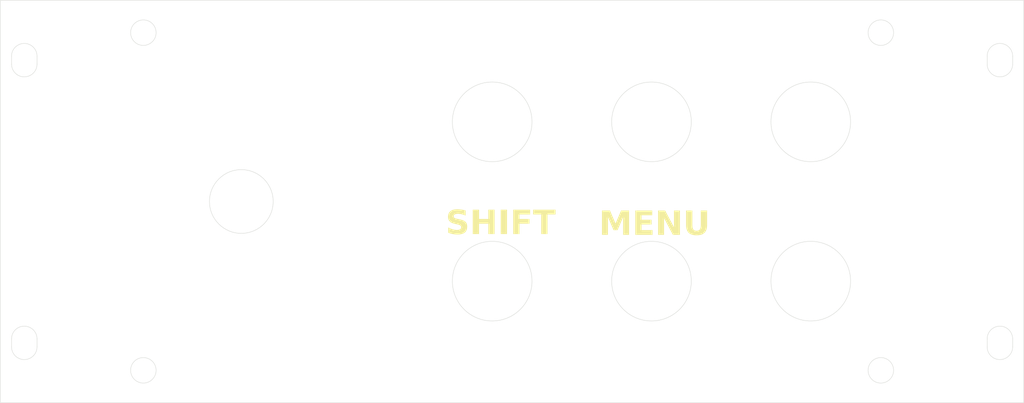
<source format=kicad_pcb>
(kicad_pcb
	(version 20240108)
	(generator "pcbnew")
	(generator_version "8.0")
	(general
		(thickness 1.6)
		(legacy_teardrops no)
	)
	(paper "A4")
	(layers
		(0 "F.Cu" signal)
		(31 "B.Cu" signal)
		(32 "B.Adhes" user "B.Adhesive")
		(33 "F.Adhes" user "F.Adhesive")
		(34 "B.Paste" user)
		(35 "F.Paste" user)
		(36 "B.SilkS" user "B.Silkscreen")
		(37 "F.SilkS" user "F.Silkscreen")
		(38 "B.Mask" user)
		(39 "F.Mask" user)
		(40 "Dwgs.User" user "User.Drawings")
		(41 "Cmts.User" user "User.Comments")
		(42 "Eco1.User" user "User.Eco1")
		(43 "Eco2.User" user "User.Eco2")
		(44 "Edge.Cuts" user)
		(45 "Margin" user)
		(46 "B.CrtYd" user "B.Courtyard")
		(47 "F.CrtYd" user "F.Courtyard")
		(48 "B.Fab" user)
		(49 "F.Fab" user)
		(50 "User.1" user)
		(51 "User.2" user)
		(52 "User.3" user)
		(53 "User.4" user)
		(54 "User.5" user)
		(55 "User.6" user)
		(56 "User.7" user)
		(57 "User.8" user)
		(58 "User.9" user)
	)
	(setup
		(pad_to_mask_clearance 0)
		(allow_soldermask_bridges_in_footprints no)
		(aux_axis_origin 100 100.5)
		(grid_origin 100 100.5)
		(pcbplotparams
			(layerselection 0x00010fc_ffffffff)
			(plot_on_all_layers_selection 0x0000000_00000000)
			(disableapertmacros no)
			(usegerberextensions no)
			(usegerberattributes yes)
			(usegerberadvancedattributes yes)
			(creategerberjobfile yes)
			(dashed_line_dash_ratio 12.000000)
			(dashed_line_gap_ratio 3.000000)
			(svgprecision 4)
			(plotframeref no)
			(viasonmask no)
			(mode 1)
			(useauxorigin no)
			(hpglpennumber 1)
			(hpglpenspeed 20)
			(hpglpendiameter 15.000000)
			(pdf_front_fp_property_popups yes)
			(pdf_back_fp_property_popups yes)
			(dxfpolygonmode yes)
			(dxfimperialunits yes)
			(dxfusepcbnewfont yes)
			(psnegative no)
			(psa4output no)
			(plotreference yes)
			(plotvalue yes)
			(plotfptext yes)
			(plotinvisibletext no)
			(sketchpadsonfab no)
			(subtractmaskfromsilk no)
			(outputformat 1)
			(mirror no)
			(drillshape 1)
			(scaleselection 1)
			(outputdirectory "")
		)
	)
	(net 0 "")
	(gr_arc
		(start 101.4 92.503222)
		(mid 103 90.903222)
		(end 104.6 92.503222)
		(stroke
			(width 0.05)
			(type default)
		)
		(layer "Edge.Cuts")
		(uuid "0fc0efe9-c99a-4246-9740-93b8f8e0762b")
	)
	(gr_circle
		(center 210.549219 96.45)
		(end 211.549219 97.7)
		(stroke
			(width 0.05)
			(type default)
		)
		(fill none)
		(layer "Edge.Cuts")
		(uuid "1250bc4e-a14e-43fd-b2f0-863cde685e3f")
	)
	(gr_arc
		(start 104.6 58)
		(mid 103 59.6)
		(end 101.4 58)
		(stroke
			(width 0.05)
			(type default)
		)
		(layer "Edge.Cuts")
		(uuid "2183b5ca-4457-432c-a4e3-008ff99f96d8")
	)
	(gr_arc
		(start 223.9 92.503222)
		(mid 225.5 90.903222)
		(end 227.1 92.503222)
		(stroke
			(width 0.05)
			(type default)
		)
		(layer "Edge.Cuts")
		(uuid "23875ec6-2334-4436-9c90-665113ca67eb")
	)
	(gr_line
		(start 101.4 93.5)
		(end 101.4 92.503222)
		(stroke
			(width 0.05)
			(type default)
		)
		(layer "Edge.Cuts")
		(uuid "3e74a046-5738-4280-9c16-81e92beb65f2")
	)
	(gr_circle
		(center 117.95 54.050781)
		(end 118.95 55.300781)
		(stroke
			(width 0.05)
			(type default)
		)
		(fill none)
		(layer "Edge.Cuts")
		(uuid "558a9333-747a-42ad-aed5-3574661e6392")
	)
	(gr_circle
		(center 201.75 65.25)
		(end 205.75 68.25)
		(stroke
			(width 0.05)
			(type default)
		)
		(fill none)
		(layer "Edge.Cuts")
		(uuid "58389917-88ed-40e4-9e93-665053445584")
	)
	(gr_arc
		(start 227.1 58)
		(mid 225.5 59.6)
		(end 223.9 58)
		(stroke
			(width 0.05)
			(type default)
		)
		(layer "Edge.Cuts")
		(uuid "69bfe074-62e5-4acf-bf82-57340315ffe4")
	)
	(gr_circle
		(center 117.95 96.449219)
		(end 118.95 97.699219)
		(stroke
			(width 0.05)
			(type default)
		)
		(fill none)
		(layer "Edge.Cuts")
		(uuid "6f4b44cd-7106-43d9-86bf-9bed7c7b583f")
	)
	(gr_circle
		(center 181.75 65.25)
		(end 185.75 68.25)
		(stroke
			(width 0.05)
			(type default)
		)
		(fill none)
		(layer "Edge.Cuts")
		(uuid "79269fd1-4547-4adf-8634-4f7c97e3d629")
	)
	(gr_circle
		(center 181.75 85.25)
		(end 185.75 88.25)
		(stroke
			(width 0.05)
			(type default)
		)
		(fill none)
		(layer "Edge.Cuts")
		(uuid "7dd1ac2c-e524-4aed-98c4-2df041fc724a")
	)
	(gr_circle
		(center 161.75 85.25)
		(end 165.75 88.25)
		(stroke
			(width 0.05)
			(type default)
		)
		(fill none)
		(layer "Edge.Cuts")
		(uuid "8c608b82-833d-4f75-b076-d233e39504b4")
	)
	(gr_line
		(start 223.9 93.5)
		(end 223.9 92.503222)
		(stroke
			(width 0.05)
			(type default)
		)
		(layer "Edge.Cuts")
		(uuid "9a6a36bf-58af-4bc9-9c7c-476b920ed5b5")
	)
	(gr_circle
		(center 161.75 65.25)
		(end 165.75 68.25)
		(stroke
			(width 0.05)
			(type default)
		)
		(fill none)
		(layer "Edge.Cuts")
		(uuid "9b24af5a-0510-408f-bdf9-b6be8b228eab")
	)
	(gr_circle
		(center 210.549219 54.050781)
		(end 211.549219 55.300781)
		(stroke
			(width 0.05)
			(type default)
		)
		(fill none)
		(layer "Edge.Cuts")
		(uuid "9d224991-7716-4f57-a82c-34322bd98f90")
	)
	(gr_arc
		(start 227.1 93.5)
		(mid 225.5 95.1)
		(end 223.9 93.5)
		(stroke
			(width 0.05)
			(type default)
		)
		(layer "Edge.Cuts")
		(uuid "b6473e39-fc09-44f0-b7a0-c12ddc5bd5cd")
	)
	(gr_circle
		(center 201.75 85.25)
		(end 205.75 88.25)
		(stroke
			(width 0.05)
			(type default)
		)
		(fill none)
		(layer "Edge.Cuts")
		(uuid "b7245383-44a2-4a39-9988-d7305b8edd2f")
	)
	(gr_arc
		(start 104.6 93.5)
		(mid 103 95.1)
		(end 101.4 93.5)
		(stroke
			(width 0.05)
			(type default)
		)
		(layer "Edge.Cuts")
		(uuid "c97459ea-a8c2-498f-9cc8-632a7ef0e6b3")
	)
	(gr_rect
		(start 100 50)
		(end 228.5 100.5)
		(stroke
			(width 0.05)
			(type default)
		)
		(fill none)
		(layer "Edge.Cuts")
		(uuid "ca3295f2-3ff9-43a8-a84b-644d061fe616")
	)
	(gr_line
		(start 104.6 92.503222)
		(end 104.6 93.5)
		(stroke
			(width 0.05)
			(type default)
		)
		(layer "Edge.Cuts")
		(uuid "cd6c735f-81c3-4664-9190-704f66616e23")
	)
	(gr_arc
		(start 223.9 57.003222)
		(mid 225.5 55.403222)
		(end 227.1 57.003222)
		(stroke
			(width 0.05)
			(type default)
		)
		(layer "Edge.Cuts")
		(uuid "ce6b6d6d-bb78-4c3e-be92-48712fa6df80")
	)
	(gr_arc
		(start 101.4 57.003222)
		(mid 103 55.403222)
		(end 104.6 57.003222)
		(stroke
			(width 0.05)
			(type default)
		)
		(layer "Edge.Cuts")
		(uuid "d53a4144-d92e-4eb8-ace2-d3dda58e5634")
	)
	(gr_line
		(start 227.1 57.003222)
		(end 227.1 58)
		(stroke
			(width 0.05)
			(type default)
		)
		(layer "Edge.Cuts")
		(uuid "ddd7829e-3595-49a9-85c1-8197e573bd51")
	)
	(gr_line
		(start 101.4 58)
		(end 101.4 57.003222)
		(stroke
			(width 0.05)
			(type default)
		)
		(layer "Edge.Cuts")
		(uuid "df70faa0-2e01-44fb-ba1d-7c380212e01e")
	)
	(gr_line
		(start 227.1 92.503222)
		(end 227.1 93.5)
		(stroke
			(width 0.05)
			(type default)
		)
		(layer "Edge.Cuts")
		(uuid "e08638c3-cfab-43aa-9343-4d709e420bf2")
	)
	(gr_line
		(start 223.9 58)
		(end 223.9 57.003222)
		(stroke
			(width 0.05)
			(type default)
		)
		(layer "Edge.Cuts")
		(uuid "eaee9f50-864f-4fdc-b506-8839eb4eac7a")
	)
	(gr_circle
		(center 130.25 75.25)
		(end 132.65 78.45)
		(stroke
			(width 0.05)
			(type default)
		)
		(fill none)
		(layer "Edge.Cuts")
		(uuid "f0eb8c4d-24b0-4d4b-8b0a-eca5e11f2330")
	)
	(gr_line
		(start 104.6 57.003222)
		(end 104.6 58)
		(stroke
			(width 0.05)
			(type default)
		)
		(layer "Edge.Cuts")
		(uuid "f9881089-4126-4b6a-bdae-a234e389472b")
	)
	(gr_circle
		(center 181.75 65.25)
		(end 186.75 65.25)
		(stroke
			(width 0.1)
			(type default)
		)
		(fill none)
		(layer "User.6")
		(uuid "01fcbb49-397b-4cc1-933d-c5afac5b70d4")
	)
	(gr_arc
		(start 223.9 57)
		(mid 225.5 55.4)
		(end 227.1 57)
		(stroke
			(width 0.1)
			(type default)
		)
		(layer "User.6")
		(uuid "044dc17c-45d5-4bbf-8e80-2daf69163227")
	)
	(gr_circle
		(center 117.95 96.45)
		(end 119.55 96.45)
		(stroke
			(width 0.1)
			(type default)
		)
		(fill none)
		(layer "User.6")
		(uuid "053f4b73-4d43-478d-befb-3f7f04e71494")
	)
	(gr_line
		(start 223.9 57)
		(end 223.9 58)
		(stroke
			(width 0.1)
			(type default)
		)
		(layer "User.6")
		(uuid "0a922947-f27e-4d03-88c9-bb4f8864c8f8")
	)
	(gr_line
		(start 223.9 57)
		(end 223.9 58)
		(stroke
			(width 0.1)
			(type default)
		)
		(layer "User.6")
		(uuid "0d63b90f-ce19-46df-9ef2-927a2f0b3808")
	)
	(gr_arc
		(start 223.9 92.5)
		(mid 225.5 90.9)
		(end 227.1 92.5)
		(stroke
			(width 0.1)
			(type default)
		)
		(layer "User.6")
		(uuid "0d730ae0-4ad2-4bbb-94e9-f42d364fa700")
	)
	(gr_arc
		(start 223.9 57)
		(mid 225.5 55.4)
		(end 227.1 57)
		(stroke
			(width 0.1)
			(type default)
		)
		(layer "User.6")
		(uuid "0d8897f1-149d-4318-82b7-8add950fcc16")
	)
	(gr_circle
		(center 130.25 75.25)
		(end 134.25 75.25)
		(stroke
			(width 0.1)
			(type default)
		)
		(fill none)
		(layer "User.6")
		(uuid "0f8aab09-74da-4de2-b32e-138de68b238a")
	)
	(gr_line
		(start 104.6 93.5)
		(end 104.6 92.5)
		(stroke
			(width 0.1)
			(type default)
		)
		(layer "User.6")
		(uuid "10fe3d74-fcdf-46ac-8ad8-33d02284856d")
	)
	(gr_circle
		(center 210.55 54.05)
		(end 212.15 54.05)
		(stroke
			(width 0.1)
			(type default)
		)
		(fill none)
		(layer "User.6")
		(uuid "11b9b5ec-8aef-420a-890e-38efe790805d")
	)
	(gr_arc
		(start 101.4 92.5)
		(mid 103 90.9)
		(end 104.6 92.5)
		(stroke
			(width 0.1)
			(type default)
		)
		(layer "User.6")
		(uuid "14f6d25a-95cb-44dd-916a-00af790c3101")
	)
	(gr_line
		(start 228.5 50)
		(end 100 50)
		(stroke
			(width 0.1)
			(type default)
		)
		(layer "User.6")
		(uuid "16220b84-7590-41d4-9b0c-f6c6404aa56b")
	)
	(gr_circle
		(center 181.75 65.25)
		(end 186.75 65.25)
		(stroke
			(width 0.1)
			(type default)
		)
		(fill none)
		(layer "User.6")
		(uuid "172143e7-91ed-4d8d-a4bc-403fec9b58db")
	)
	(gr_circle
		(center 161.75 85.25)
		(end 166.75 85.25)
		(stroke
			(width 0.1)
			(type default)
		)
		(fill none)
		(layer "User.6")
		(uuid "17536cda-6cde-480d-8211-60e269680d3b")
	)
	(gr_arc
		(start 104.6 58)
		(mid 103 59.6)
		(end 101.4 58)
		(stroke
			(width 0.1)
			(type default)
		)
		(layer "User.6")
		(uuid "191a8116-a171-40fd-95ed-b5c60b99cfe7")
	)
	(gr_circle
		(center 161.75 65.25)
		(end 166.75 65.25)
		(stroke
			(width 0.1)
			(type default)
		)
		(fill none)
		(layer "User.6")
		(uuid "1a1acdf0-56ee-43ad-8cfb-21b832ea771b")
	)
	(gr_arc
		(start 101.4 92.5)
		(mid 103 90.9)
		(end 104.6 92.5)
		(stroke
			(width 0.1)
			(type default)
		)
		(layer "User.6")
		(uuid "1b7a31c1-de2b-4456-8ea8-381a50e6fe9f")
	)
	(gr_line
		(start 223.9 92.5)
		(end 223.9 93.5)
		(stroke
			(width 0.1)
			(type default)
		)
		(layer "User.6")
		(uuid "1f2873b3-b8aa-4b52-a8b7-6666a14c4361")
	)
	(gr_arc
		(start 223.9 92.5)
		(mid 225.5 90.9)
		(end 227.1 92.5)
		(stroke
			(width 0.1)
			(type default)
		)
		(layer "User.6")
		(uuid "21a161b7-f681-4df2-93e8-d747f681d52f")
	)
	(gr_line
		(start 227.1 58)
		(end 227.1 57)
		(stroke
			(width 0.1)
			(type default)
		)
		(layer "User.6")
		(uuid "246aa7d6-1e12-491d-a707-ca5830431066")
	)
	(gr_circle
		(center 210.55 96.45)
		(end 212.15 96.45)
		(stroke
			(width 0.1)
			(type default)
		)
		(fill none)
		(layer "User.6")
		(uuid "272a3a42-31bb-4b56-8f18-da6ac221d89c")
	)
	(gr_arc
		(start 101.4 92.5)
		(mid 103 90.9)
		(end 104.6 92.5)
		(stroke
			(width 0.1)
			(type default)
		)
		(layer "User.6")
		(uuid "29360103-6caf-44fa-8cda-61ce68e1686c")
	)
	(gr_circle
		(center 201.75 85.25)
		(end 206.75 85.25)
		(stroke
			(width 0.1)
			(type default)
		)
		(fill none)
		(layer "User.6")
		(uuid "29e7f263-55f0-4bd2-9041-9773969b1ef0")
	)
	(gr_line
		(start 227.1 93.5)
		(end 227.1 92.5)
		(stroke
			(width 0.1)
			(type default)
		)
		(layer "User.6")
		(uuid "2afc9af6-fa31-4cc4-916c-43e51ab7f610")
	)
	(gr_arc
		(start 227.1 93.5)
		(mid 225.5 95.1)
		(end 223.9 93.5)
		(stroke
			(width 0.1)
			(type default)
		)
		(layer "User.6")
		(uuid "2b3b01a6-2163-4950-8aa0-d33036243198")
	)
	(gr_circle
		(center 161.75 65.25)
		(end 166.75 65.25)
		(stroke
			(width 0.1)
			(type default)
		)
		(fill none)
		(layer "User.6")
		(uuid "2b961d44-3446-4eb7-b9fa-0626ddf9b892")
	)
	(gr_arc
		(start 227.1 58)
		(mid 225.5 59.6)
		(end 223.9 58)
		(stroke
			(width 0.1)
			(type default)
		)
		(layer "User.6")
		(uuid "2c603d48-0aae-4737-a9d2-56cfb1a5a0da")
	)
	(gr_circle
		(center 117.95 96.45)
		(end 119.55 96.45)
		(stroke
			(width 0.1)
			(type default)
		)
		(fill none)
		(layer "User.6")
		(uuid "2ddec1a2-9e83-4f1d-a454-c99c672d8b77")
	)
	(gr_circle
		(center 201.75 85.25)
		(end 206.75 85.25)
		(stroke
			(width 0.1)
			(type default)
		)
		(fill none)
		(layer "User.6")
		(uuid "2f4f4471-94a4-4308-8c57-82e803b0f32f")
	)
	(gr_arc
		(start 227.1 93.5)
		(mid 225.5 95.1)
		(end 223.9 93.5)
		(stroke
			(width 0.1)
			(type default)
		)
		(layer "User.6")
		(uuid "3069d685-1b3e-4f53-9f88-4fcb06d79a93")
	)
	(gr_line
		(start 227.1 58)
		(end 227.1 57)
		(stroke
			(width 0.1)
			(type default)
		)
		(layer "User.6")
		(uuid "319493c9-0f92-41b3-b0b9-53482262efa6")
	)
	(gr_line
		(start 100 50)
		(end 100 100.5)
		(stroke
			(width 0.1)
			(type default)
		)
		(layer "User.6")
		(uuid "331e4a11-6c7e-402d-a472-a85d83deae15")
	)
	(gr_arc
		(start 101.4 92.5)
		(mid 103 90.9)
		(end 104.6 92.5)
		(stroke
			(width 0.1)
			(type default)
		)
		(layer "User.6")
		(uuid "3767ddf1-a91a-448a-b2a0-2fd0ee9d60a8")
	)
	(gr_circle
		(center 210.55 54.05)
		(end 212.15 54.05)
		(stroke
			(width 0.1)
			(type default)
		)
		(fill none)
		(layer "User.6")
		(uuid "3832ce30-eb5d-43c4-a990-e6c2627a542b")
	)
	(gr_circle
		(center 130.25 75.25)
		(end 134.25 75.25)
		(stroke
			(width 0.1)
			(type default)
		)
		(fill none)
		(layer "User.6")
		(uuid "384c31bb-7c6f-4270-99c4-a2c0001b65c3")
	)
	(gr_line
		(start 228.5 100.5)
		(end 228.5 50)
		(stroke
			(width 0.1)
			(type default)
		)
		(layer "User.6")
		(uuid "38eb6b3a-5b4f-48d5-9ff8-7a1c08457efe")
	)
	(gr_line
		(start 101.4 92.5)
		(end 101.4 93.5)
		(stroke
			(width 0.1)
			(type default)
		)
		(layer "User.6")
		(uuid "3b0fdb5f-0845-40f6-b29e-a166eece84bc")
	)
	(gr_line
		(start 228.5 50)
		(end 100 50)
		(stroke
			(width 0.1)
			(type default)
		)
		(layer "User.6")
		(uuid "42656441-8645-42b2-8ab4-13af0efdd2a3")
	)
	(gr_circle
		(center 161.75 65.25)
		(end 166.75 65.25)
		(stroke
			(width 0.1)
			(type default)
		)
		(fill none)
		(layer "User.6")
		(uuid "44e8e030-23ce-45d7-8bc3-450720b99ada")
	)
	(gr_line
		(start 223.9 57)
		(end 223.9 58)
		(stroke
			(width 0.1)
			(type default)
		)
		(layer "User.6")
		(uuid "45047387-d5f1-43f1-9311-aedd7ed3de42")
	)
	(gr_line
		(start 223.9 92.5)
		(end 223.9 93.5)
		(stroke
			(width 0.1)
			(type default)
		)
		(layer "User.6")
		(uuid "5045e7c4-40a4-4cc1-ba38-ce3b79d1fbab")
	)
	(gr_line
		(start 223.9 92.5)
		(end 223.9 93.5)
		(stroke
			(width 0.1)
			(type default)
		)
		(layer "User.6")
		(uuid "521be4b0-f5ba-4dec-9209-dd07153d9f0a")
	)
	(gr_line
		(start 227.1 58)
		(end 227.1 57)
		(stroke
			(width 0.1)
			(type default)
		)
		(layer "User.6")
		(uuid "543eea2c-2d98-42b5-b5aa-f411fa3d6537")
	)
	(gr_arc
		(start 227.1 93.5)
		(mid 225.5 95.1)
		(end 223.9 93.5)
		(stroke
			(width 0.1)
			(type default)
		)
		(layer "User.6")
		(uuid "553065c9-6b01-4d07-b9b9-4d98923a670b")
	)
	(gr_line
		(start 227.1 58)
		(end 227.1 57)
		(stroke
			(width 0.1)
			(type default)
		)
		(layer "User.6")
		(uuid "57a509df-d2f4-4304-889f-65ad0cb36081")
	)
	(gr_line
		(start 227.1 93.5)
		(end 227.1 92.5)
		(stroke
			(width 0.1)
			(type default)
		)
		(layer "User.6")
		(uuid "582d4a30-e1f0-461f-8733-28a11d7c9446")
	)
	(gr_line
		(start 100 50)
		(end 100 100.5)
		(stroke
			(width 0.1)
			(type default)
		)
		(layer "User.6")
		(uuid "588fd4fb-b578-4f0c-8c33-30a4aa9a88d7")
	)
	(gr_arc
		(start 104.6 93.5)
		(mid 103 95.1)
		(end 101.4 93.5)
		(stroke
			(width 0.1)
			(type default)
		)
		(layer "User.6")
		(uuid "59b51eab-82bc-4892-9431-d3df1f512015")
	)
	(gr_circle
		(center 181.75 85.25)
		(end 186.75 85.25)
		(stroke
			(width 0.1)
			(type default)
		)
		(fill none)
		(layer "User.6")
		(uuid "59d92928-b73f-4479-8fb7-4a8a3ad1f1a9")
	)
	(gr_arc
		(start 101.4 92.5)
		(mid 103 90.9)
		(end 104.6 92.5)
		(stroke
			(width 0.1)
			(type default)
		)
		(layer "User.6")
		(uuid "5eedc024-faa3-4c50-a64d-7219b7c89667")
	)
	(gr_circle
		(center 161.75 65.25)
		(end 166.75 65.25)
		(stroke
			(width 0.1)
			(type default)
		)
		(fill none)
		(layer "User.6")
		(uuid "5ff6ea44-de31-4d00-84c5-9f8a16dc27e6")
	)
	(gr_line
		(start 227.1 93.5)
		(end 227.1 92.5)
		(stroke
			(width 0.1)
			(type default)
		)
		(layer "User.6")
		(uuid "6271911c-c1c8-414c-8d4a-410e02769931")
	)
	(gr_circle
		(center 201.75 85.25)
		(end 206.75 85.25)
		(stroke
			(width 0.1)
			(type default)
		)
		(fill none)
		(layer "User.6")
		(uuid "633cbdd4-14dc-4b16-b636-ad3659fc7fbd")
	)
	(gr_circle
		(center 181.75 85.25)
		(end 186.75 85.25)
		(stroke
			(width 0.1)
			(type default)
		)
		(fill none)
		(layer "User.6")
		(uuid "6472f9c3-8a6d-49dd-84ad-2b1089ab80c2")
	)
	(gr_circle
		(center 201.75 65.25)
		(end 206.75 65.25)
		(stroke
			(width 0.1)
			(type default)
		)
		(fill none)
		(layer "User.6")
		(uuid "6667f8c6-eb6d-4695-b012-d5de4daab778")
	)
	(gr_circle
		(center 181.75 85.25)
		(end 186.75 85.25)
		(stroke
			(width 0.1)
			(type default)
		)
		(fill none)
		(layer "User.6")
		(uuid "6704581a-7d97-40c2-896e-0d57b18f34e6")
	)
	(gr_circle
		(center 161.75 85.25)
		(end 166.75 85.25)
		(stroke
			(width 0.1)
			(type default)
		)
		(fill none)
		(layer "User.6")
		(uuid "67c39530-c75f-489f-a080-debc118a1012")
	)
	(gr_line
		(start 227.1 58)
		(end 227.1 57)
		(stroke
			(width 0.1)
			(type default)
		)
		(layer "User.6")
		(uuid "68955449-08d9-43ca-ae15-46d39b178232")
	)
	(gr_circle
		(center 117.95 54.05)
		(end 119.55 54.05)
		(stroke
			(width 0.1)
			(type default)
		)
		(fill none)
		(layer "User.6")
		(uuid "6ddc3ead-ff50-4898-a9ae-6b96ef1a69ba")
	)
	(gr_line
		(start 104.6 93.5)
		(end 104.6 92.5)
		(stroke
			(width 0.1)
			(type default)
		)
		(layer "User.6")
		(uuid "7170b98e-b46b-41db-aecf-c5e1bca88a18")
	)
	(gr_line
		(start 101.4 92.5)
		(end 101.4 93.5)
		(stroke
			(width 0.1)
			(type default)
		)
		(layer "User.6")
		(uuid "74ee15ef-3199-49e7-9953-d2b288a488fd")
	)
	(gr_line
		(start 104.6 93.5)
		(end 104.6 92.5)
		(stroke
			(width 0.1)
			(type default)
		)
		(layer "User.6")
		(uuid "7511653b-e699-4f75-9bc5-490eb4dd9fc7")
	)
	(gr_arc
		(start 227.1 58)
		(mid 225.5 59.6)
		(end 223.9 58)
		(stroke
			(width 0.1)
			(type default)
		)
		(layer "User.6")
		(uuid "757a6dc9-e6ee-4619-8102-37e59039810c")
	)
	(gr_line
		(start 228.5 100.5)
		(end 228.5 50)
		(stroke
			(width 0.1)
			(type default)
		)
		(layer "User.6")
		(uuid "7665efe1-d9ca-4676-8a45-e1ae3b43f6d3")
	)
	(gr_line
		(start 228.5 100.5)
		(end 228.5 50)
		(stroke
			(width 0.1)
			(type default)
		)
		(layer "User.6")
		(uuid "76f1eb8a-9c9a-472a-b937-12f8adc12e81")
	)
	(gr_arc
		(start 104.6 93.5)
		(mid 103 95.1)
		(end 101.4 93.5)
		(stroke
			(width 0.1)
			(type default)
		)
		(layer "User.6")
		(uuid "770414a5-a6de-455a-9f2c-e2df1b999ff6")
	)
	(gr_line
		(start 104.6 58)
		(end 104.6 57)
		(stroke
			(width 0.1)
			(type default)
		)
		(layer "User.6")
		(uuid "779f3fbe-679d-418d-a59c-e72e7351beaf")
	)
	(gr_arc
		(start 223.9 57)
		(mid 225.5 55.4)
		(end 227.1 57)
		(stroke
			(width 0.1)
			(type default)
		)
		(layer "User.6")
		(uuid "788a0dbd-cb3a-4475-b0cb-e427732fa68d")
	)
	(gr_circle
		(center 117.95 96.45)
		(end 119.55 96.45)
		(stroke
			(width 0.1)
			(type default)
		)
		(fill none)
		(layer "User.6")
		(uuid "78ea9210-3633-4f0c-879f-6a619096bdee")
	)
	(gr_line
		(start 223.9 92.5)
		(end 223.9 93.5)
		(stroke
			(width 0.1)
			(type default)
		)
		(layer "User.6")
		(uuid "7ada4da5-e33a-4e48-89b3-30a67843f6c5")
	)
	(gr_line
		(start 101.4 92.5)
		(end 101.4 93.5)
		(stroke
			(width 0.1)
			(type default)
		)
		(layer "User.6")
		(uuid "7b7a963c-610e-4090-86ae-9dc3410754da")
	)
	(gr_circle
		(center 201.75 65.25)
		(end 206.75 65.25)
		(stroke
			(width 0.1)
			(type default)
		)
		(fill none)
		(layer "User.6")
		(uuid "7dcc4357-631a-452c-910b-790d272d8cbe")
	)
	(gr_line
		(start 227.1 93.5)
		(end 227.1 92.5)
		(stroke
			(width 0.1)
			(type default)
		)
		(layer "User.6")
		(uuid "7e3a6092-311d-418e-9261-a10a3249b406")
	)
	(gr_arc
		(start 223.9 57)
		(mid 225.5 55.4)
		(end 227.1 57)
		(stroke
			(width 0.1)
			(type default)
		)
		(layer "User.6")
		(uuid "7fbba5e4-6244-4e4e-934f-5ba7ed32b6d7")
	)
	(gr_circle
		(center 201.75 65.25)
		(end 206.75 65.25)
		(stroke
			(width 0.1)
			(type default)
		)
		(fill none)
		(layer "User.6")
		(uuid "804eb6a3-7d37-48d2-a425-13772ca5db08")
	)
	(gr_arc
		(start 101.4 57)
		(mid 103 55.4)
		(end 104.6 57)
		(stroke
			(width 0.1)
			(type default)
		)
		(layer "User.6")
		(uuid "80692be9-440c-4142-8e4a-64a0631d97de")
	)
	(gr_arc
		(start 227.1 58)
		(mid 225.5 59.6)
		(end 223.9 58)
		(stroke
			(width 0.1)
			(type default)
		)
		(layer "User.6")
		(uuid "80f1478b-9ea9-46f2-91ea-05e855c164d3")
	)
	(gr_circle
		(center 117.95 54.05)
		(end 119.55 54.05)
		(stroke
			(width 0.1)
			(type default)
		)
		(fill none)
		(layer "User.6")
		(uuid "8480396a-4705-4d63-b917-69e08343bab5")
	)
	(gr_line
		(start 104.6 93.5)
		(end 104.6 92.5)
		(stroke
			(width 0.1)
			(type default)
		)
		(layer "User.6")
		(uuid "84a789b6-3d6b-40bc-b7a6-2283d6288119")
	)
	(gr_line
		(start 223.9 57)
		(end 223.9 58)
		(stroke
			(width 0.1)
			(type default)
		)
		(layer "User.6")
		(uuid "85201829-edac-47bf-90c8-ed4c226f5325")
	)
	(gr_line
		(start 223.9 57)
		(end 223.9 58)
		(stroke
			(width 0.1)
			(type default)
		)
		(layer "User.6")
		(uuid "8610aff6-ae47-4193-b787-720bca49a5e2")
	)
	(gr_line
		(start 223.9 57)
		(end 223.9 58)
		(stroke
			(width 0.1)
			(type default)
		)
		(layer "User.6")
		(uuid "8869af33-5b4b-4d53-9960-2339587c8dc7")
	)
	(gr_arc
		(start 223.9 92.5)
		(mid 225.5 90.9)
		(end 227.1 92.5)
		(stroke
			(width 0.1)
			(type default)
		)
		(layer "User.6")
		(uuid "8af7fb30-8377-4379-96c0-a1f6ad7b2020")
	)
	(gr_arc
		(start 101.4 92.5)
		(mid 103 90.9)
		(end 104.6 92.5)
		(stroke
			(width 0.1)
			(type default)
		)
		(layer "User.6")
		(uuid "8f274e62-e4b9-4304-8779-c7edfff1799a")
	)
	(gr_arc
		(start 227.1 58)
		(mid 225.5 59.6)
		(end 223.9 58)
		(stroke
			(width 0.1)
			(type default)
		)
		(layer "User.6")
		(uuid "8f6b9a68-6054-462e-b52c-38cb9ed655e6")
	)
	(gr_line
		(start 223.9 57)
		(end 223.9 58)
		(stroke
			(width 0.1)
			(type default)
		)
		(layer "User.6")
		(uuid "90b48af3-fdb1-46be-bf75-444cab2e1dd7")
	)
	(gr_line
		(start 228.5 50)
		(end 100 50)
		(stroke
			(width 0.1)
			(type default)
		)
		(layer "User.6")
		(uuid "94142978-5a8e-4197-a7e0-0f31f239b733")
	)
	(gr_arc
		(start 227.1 93.5)
		(mid 225.5 95.1)
		(end 223.9 93.5)
		(stroke
			(width 0.1)
			(type default)
		)
		(layer "User.6")
		(uuid "96874756-c5b8-4836-a507-5dbb53ee4418")
	)
	(gr_line
		(start 101.4 92.5)
		(end 101.4 93.5)
		(stroke
			(width 0.1)
			(type default)
		)
		(layer "User.6")
		(uuid "97ab50f4-5cda-417e-86a3-8674d70f9c13")
	)
	(gr_circle
		(center 161.75 85.25)
		(end 166.75 85.25)
		(stroke
			(width 0.1)
			(type default)
		)
		(fill none)
		(layer "User.6")
		(uuid "99bf5787-5c55-4c99-8cbc-70d763f53f6d")
	)
	(gr_line
		(start 104.6 93.5)
		(end 104.6 92.5)
		(stroke
			(width 0.1)
			(type default)
		)
		(layer "User.6")
		(uuid "9b345d10-cee8-4537-b865-72d4537f48b2")
	)
	(gr_arc
		(start 227.1 58)
		(mid 225.5 59.6)
		(end 223.9 58)
		(stroke
			(width 0.1)
			(type default)
		)
		(layer "User.6")
		(uuid "a007021d-a4a6-4b7a-ab29-a91d4773d390")
	)
	(gr_line
		(start 100 100.5)
		(end 228.5 100.5)
		(stroke
			(width 0.1)
			(type default)
		)
		(layer "User.6")
		(uuid "a02f1cb4-5212-4fbe-962d-455fcf55ba3e")
	)
	(gr_circle
		(center 181.75 65.25)
		(end 186.75 65.25)
		(stroke
			(width 0.1)
			(type default)
		)
		(fill none)
		(layer "User.6")
		(uuid "a0348bd8-3e36-442d-b965-afac90ee9747")
	)
	(gr_arc
		(start 227.1 58)
		(mid 225.5 59.6)
		(end 223.9 58)
		(stroke
			(width 0.1)
			(type default)
		)
		(layer "User.6")
		(uuid "a550b1e8-f0f9-4bcb-8116-10215db35ba2")
	)
	(gr_line
		(start 227.1 93.5)
		(end 227.1 92.5)
		(stroke
			(width 0.1)
			(type default)
		)
		(layer "User.6")
		(uuid "a6ab616a-1f30-41d4-81a0-1607e75ccaba")
	)
	(gr_arc
		(start 101.4 57)
		(mid 103 55.4)
		(end 104.6 57)
		(stroke
			(width 0.1)
			(type default)
		)
		(layer "User.6")
		(uuid "a6dc8aed-3153-4d55-b77e-631edcfc5345")
	)
	(gr_line
		(start 227.1 58)
		(end 227.1 57)
		(stroke
			(width 0.1)
			(type default)
		)
		(layer "User.6")
		(uuid "a797caf9-fa29-497c-8581-9d77cff68f99")
	)
	(gr_arc
		(start 223.9 57)
		(mid 225.5 55.4)
		(end 227.1 57)
		(stroke
			(width 0.1)
			(type default)
		)
		(layer "User.6")
		(uuid "a83078e8-c697-4239-a7e3-ad18a130277c")
	)
	(gr_arc
		(start 101.4 57)
		(mid 103 55.4)
		(end 104.6 57)
		(stroke
			(width 0.1)
			(type default)
		)
		(layer "User.6")
		(uuid "a877448d-d037-42f7-9c74-4a7b8b5bfabc")
	)
	(gr_line
		(start 101.4 92.5)
		(end 101.4 93.5)
		(stroke
			(width 0.1)
			(type default)
		)
		(layer "User.6")
		(uuid "abcb9cc2-39f1-4089-9937-d6488e92b17d")
	)
	(gr_circle
		(center 117.95 96.45)
		(end 119.55 96.45)
		(stroke
			(width 0.1)
			(type default)
		)
		(fill none)
		(layer "User.6")
		(uuid "adf13c95-5f7f-4cd7-944c-3c849ceb8c95")
	)
	(gr_line
		(start 227.1 58)
		(end 227.1 57)
		(stroke
			(width 0.1)
			(type default)
		)
		(layer "User.6")
		(uuid "adf229a6-6632-4cce-9aa3-4115ed2ecedd")
	)
	(gr_arc
		(start 104.6 93.5)
		(mid 103 95.1)
		(end 101.4 93.5)
		(stroke
			(width 0.1)
			(type default)
		)
		(layer "User.6")
		(uuid "ae68dae3-77ae-4742-ada2-2b8714882ab1")
	)
	(gr_circle
		(center 181.75 85.25)
		(end 186.75 85.25)
		(stroke
			(width 0.1)
			(type default)
		)
		(fill none)
		(layer "User.6")
		(uuid "aecb251d-7a7a-4c47-9026-71662cc4c923")
	)
	(gr_arc
		(start 227.1 93.5)
		(mid 225.5 95.1)
		(end 223.9 93.5)
		(stroke
			(width 0.1)
			(type default)
		)
		(layer "User.6")
		(uuid "af3498ad-f15d-4ad9-93eb-4ffb61f80910")
	)
	(gr_circle
		(center 201.75 65.25)
		(end 206.75 65.25)
		(stroke
			(width 0.1)
			(type default)
		)
		(fill none)
		(layer "User.6")
		(uuid "af6caaef-c8e6-473b-bd7a-015caebe83a1")
	)
	(gr_line
		(start 228.5 100.5)
		(end 228.5 50)
		(stroke
			(width 0.1)
			(type default)
		)
		(layer "User.6")
		(uuid "b2136b05-1bc9-4f26-946d-f04e8b58ad2f")
	)
	(gr_arc
		(start 101.4 57)
		(mid 103 55.4)
		(end 104.6 57)
		(stroke
			(width 0.1)
			(type default)
		)
		(layer "User.6")
		(uuid "b2b60ac9-918c-4f23-a706-a9270ad997bb")
	)
	(gr_arc
		(start 223.9 92.5)
		(mid 225.5 90.9)
		(end 227.1 92.5)
		(stroke
			(width 0.1)
			(type default)
		)
		(layer "User.6")
		(uuid "b86c751e-e107-4218-b378-a8a9662b8f3a")
	)
	(gr_line
		(start 104.6 93.5)
		(end 104.6 92.5)
		(stroke
			(width 0.1)
			(type default)
		)
		(layer "User.6")
		(uuid "b9f7aed0-535b-4bbc-832e-5074d2d42c55")
	)
	(gr_circle
		(center 210.55 96.45)
		(end 212.15 96.45)
		(stroke
			(width 0.1)
			(type default)
		)
		(fill none)
		(layer "User.6")
		(uuid "bd42e32f-f3fe-42fb-98ba-3ebb03116195")
	)
	(gr_arc
		(start 223.9 57)
		(mid 225.5 55.4)
		(end 227.1 57)
		(stroke
			(width 0.1)
			(type default)
		)
		(layer "User.6")
		(uuid "bd817778-0d87-4b25-8c3c-bf1f5da3372e")
	)
	(gr_line
		(start 101.4 92.5)
		(end 101.4 93.5)
		(stroke
			(width 0.1)
			(type default)
		)
		(layer "User.6")
		(uuid "bdbed567-4b15-429c-b2d4-46d77378a4ea")
	)
	(gr_arc
		(start 223.9 92.5)
		(mid 225.5 90.9)
		(end 227.1 92.5)
		(stroke
			(width 0.1)
			(type default)
		)
		(layer "User.6")
		(uuid "be9f6852-c9c6-4f8f-85e4-51f0eea1ac8e")
	)
	(gr_arc
		(start 227.1 93.5)
		(mid 225.5 95.1)
		(end 223.9 93.5)
		(stroke
			(width 0.1)
			(type default)
		)
		(layer "User.6")
		(uuid "bf240e35-f6b6-4942-9d9a-d660c763f256")
	)
	(gr_line
		(start 227.1 93.5)
		(end 227.1 92.5)
		(stroke
			(width 0.1)
			(type default)
		)
		(layer "User.6")
		(uuid "bfece822-2161-4ff1-9070-37d64389f6d5")
	)
	(gr_arc
		(start 223.9 57)
		(mid 225.5 55.4)
		(end 227.1 57)
		(stroke
			(width 0.1)
			(type default)
		)
		(layer "User.6")
		(uuid "c0894db3-cacf-41e7-b91d-ece38896b6c1")
	)
	(gr_line
		(start 101.4 57)
		(end 101.4 58)
		(stroke
			(width 0.1)
			(type default)
		)
		(layer "User.6")
		(uuid "c0aaede6-2c38-4aa0-a4e8-0b9db002990b")
	)
	(gr_line
		(start 104.6 93.5)
		(end 104.6 92.5)
		(stroke
			(width 0.1)
			(type default)
		)
		(layer "User.6")
		(uuid "c10a1b69-9ebd-4d3d-8f3b-58401143559c")
	)
	(gr_arc
		(start 104.6 93.5)
		(mid 103 95.1)
		(end 101.4 93.5)
		(stroke
			(width 0.1)
			(type default)
		)
		(layer "User.6")
		(uuid "c13a43e4-5206-4733-9d3c-9ec8d4052879")
	)
	(gr_line
		(start 100 100.5)
		(end 228.5 100.5)
		(stroke
			(width 0.1)
			(type default)
		)
		(layer "User.6")
		(uuid "c1de0f35-0854-4fb3-ad70-12cf7a727081")
	)
	(gr_line
		(start 101.4 92.5)
		(end 101.4 93.5)
		(stroke
			(width 0.1)
			(type default)
		)
		(layer "User.6")
		(uuid "c1e21382-2a04-452f-939f-a189e049f1ac")
	)
	(gr_line
		(start 100 50)
		(end 100 100.5)
		(stroke
			(width 0.1)
			(type default)
		)
		(layer "User.6")
		(uuid "c1fd2670-bc69-4e8d-a3c2-53c9bd2c0644")
	)
	(gr_arc
		(start 223.9 57)
		(mid 225.5 55.4)
		(end 227.1 57)
		(stroke
			(width 0.1)
			(type default)
		)
		(layer "User.6")
		(uuid "c4bd8878-b3c3-4a1a-b8a7-8e1f5ea65dc7")
	)
	(gr_line
		(start 223.9 92.5)
		(end 223.9 93.5)
		(stroke
			(width 0.1)
			(type default)
		)
		(layer "User.6")
		(uuid "c5e74522-9d63-4a5e-b85c-dbc525c0e453")
	)
	(gr_arc
		(start 104.6 93.5)
		(mid 103 95.1)
		(end 101.4 93.5)
		(stroke
			(width 0.1)
			(type default)
		)
		(layer "User.6")
		(uuid "c6ad4f63-d67d-4147-b015-1eb75b607911")
	)
	(gr_line
		(start 101.4 57)
		(end 101.4 58)
		(stroke
			(width 0.1)
			(type default)
		)
		(layer "User.6")
		(uuid "c70f98b0-ced9-462c-a2ad-edc9614f42a3")
	)
	(gr_arc
		(start 227.1 58)
		(mid 225.5 59.6)
		(end 223.9 58)
		(stroke
			(width 0.1)
			(type default)
		)
		(layer "User.6")
		(uuid "c77b964b-47bc-42d7-96ed-532981a58a16")
	)
	(gr_arc
		(start 104.6 58)
		(mid 103 59.6)
		(end 101.4 58)
		(stroke
			(width 0.1)
			(type default)
		)
		(layer "User.6")
		(uuid "c7d4961c-ae3d-4cf8-a3d2-a6e005da3a32")
	)
	(gr_line
		(start 223.9 92.5)
		(end 223.9 93.5)
		(stroke
			(width 0.1)
			(type default)
		)
		(layer "User.6")
		(uuid "c8631eae-68c0-43c2-97d2-bf7937c728ad")
	)
	(gr_circle
		(center 210.55 96.45)
		(end 212.15 96.45)
		(stroke
			(width 0.1)
			(type default)
		)
		(fill none)
		(layer "User.6")
		(uuid "c9ee15d1-b667-4df4-97d5-0896c7c7a51d")
	)
	(gr_circle
		(center 210.55 96.45)
		(end 212.15 96.45)
		(stroke
			(width 0.1)
			(type default)
		)
		(fill none)
		(layer "User.6")
		(uuid "cbf46600-1230-4f60-9e75-fb8f79a0affa")
	)
	(gr_line
		(start 100 100.5)
		(end 228.5 100.5)
		(stroke
			(width 0.1)
			(type default)
		)
		(layer "User.6")
		(uuid "cc4a2b22-f538-4ba4-87db-5d00b7e57f1d")
	)
	(gr_line
		(start 104.6 93.5)
		(end 104.6 92.5)
		(stroke
			(width 0.1)
			(type default)
		)
		(layer "User.6")
		(uuid "cd243bcd-cffe-4d5e-813b-833c169b75f9")
	)
	(gr_arc
		(start 104.6 93.5)
		(mid 103 95.1)
		(end 101.4 93.5)
		(stroke
			(width 0.1)
			(type default)
		)
		(layer "User.6")
		(uuid "d2074b7f-e571-4d84-9f1b-640bc1511d04")
	)
	(gr_circle
		(center 130.25 75.25)
		(end 134.25 75.25)
		(stroke
			(width 0.1)
			(type default)
		)
		(fill none)
		(layer "User.6")
		(uuid "d275bd17-7168-45a5-b544-f168e7e85b9b")
	)
	(gr_arc
		(start 227.1 58)
		(mid 225.5 59.6)
		(end 223.9 58)
		(stroke
			(width 0.1)
			(type default)
		)
		(layer "User.6")
		(uuid "d37bf28f-370d-443a-a4ee-4d2d1e3e3739")
	)
	(gr_line
		(start 104.6 58)
		(end 104.6 57)
		(stroke
			(width 0.1)
			(type default)
		)
		(layer "User.6")
		(uuid "d60ffec7-bfc0-4eb1-b121-c001935ca3e6")
	)
	(gr_circle
		(center 201.75 85.25)
		(end 206.75 85.25)
		(stroke
			(width 0.1)
			(type default)
		)
		(fill none)
		(layer "User.6")
		(uuid "d68768d6-c6c8-49ea-98b3-74bb0f3ed787")
	)
	(gr_arc
		(start 101.4 92.5)
		(mid 103 90.9)
		(end 104.6 92.5)
		(stroke
			(width 0.1)
			(type default)
		)
		(layer "User.6")
		(uuid "d7b297af-48b3-4655-9b4b-1edc7825a914")
	)
	(gr_arc
		(start 101.4 92.5)
		(mid 103 90.9)
		(end 104.6 92.5)
		(stroke
			(width 0.1)
			(type default)
		)
		(layer "User.6")
		(uuid "d956ca3a-29a1-4889-94df-f6db636ccc0e")
	)
	(gr_circle
		(center 210.55 54.05)
		(end 212.15 54.05)
		(stroke
			(width 0.1)
			(type default)
		)
		(fill none)
		(layer "User.6")
		(uuid "d9af65b8-6205-4d1a-9441-b7c94299f76b")
	)
	(gr_line
		(start 100 50)
		(end 100 100.5)
		(stroke
			(width 0.1)
			(type default)
		)
		(layer "User.6")
		(uuid "da93cf91-2569-442c-8bd8-657699118568")
	)
	(gr_arc
		(start 223.9 92.5)
		(mid 225.5 90.9)
		(end 227.1 92.5)
		(stroke
			(width 0.1)
			(type default)
		)
		(layer "User.6")
		(uuid "dbd2802c-aaaa-4c3b-963f-8b2d2ee177af")
	)
	(gr_line
		(start 228.5 50)
		(end 100 50)
		(stroke
			(width 0.1)
			(type default)
		)
		(layer "User.6")
		(uuid "dc2f28a0-d1f0-4576-91d9-6304d4d43781")
	)
	(gr_circle
		(center 117.95 54.05)
		(end 119.55 54.05)
		(stroke
			(width 0.1)
			(type default)
		)
		(fill none)
		(layer "User.6")
		(uuid "ddcb90d2-1df5-45f5-b103-e1dc1252b4c1")
	)
	(gr_line
		(start 101.4 57)
		(end 101.4 58)
		(stroke
			(width 0.1)
			(type default)
		)
		(layer "User.6")
		(uuid "df9636cd-b790-4f0f-8a92-9d6d17e3ac28")
	)
	(gr_line
		(start 223.9 92.5)
		(end 223.9 93.5)
		(stroke
			(width 0.1)
			(type default)
		)
		(layer "User.6")
		(uuid "e1a7e707-a0c2-457f-9256-7eb1a2e4ae3e")
	)
	(gr_arc
		(start 223.9 92.5)
		(mid 225.5 90.9)
		(end 227.1 92.5)
		(stroke
			(width 0.1)
			(type default)
		)
		(layer "User.6")
		(uuid "e404c59b-b2f3-4b97-82f2-784bc12f668d")
	)
	(gr_line
		(start 101.4 57)
		(end 101.4 58)
		(stroke
			(width 0.1)
			(type default)
		)
		(layer "User.6")
		(uuid "e4e11dd8-0573-4a08-b2c9-e51122315c94")
	)
	(gr_line
		(start 227.1 58)
		(end 227.1 57)
		(stroke
			(width 0.1)
			(type default)
		)
		(layer "User.6")
		(uuid "e951c20e-2e86-4c0d-b8ed-cd0c23d4056b")
	)
	(gr_circle
		(center 181.75 65.25)
		(end 186.75 65.25)
		(stroke
			(width 0.1)
			(type default)
		)
		(fill none)
		(layer "User.6")
		(uuid "e95afc83-febc-472e-b669-fe6fb315538f")
	)
	(gr_arc
		(start 104.6 93.5)
		(mid 103 95.1)
		(end 101.4 93.5)
		(stroke
			(width 0.1)
			(type default)
		)
		(layer "User.6")
		(uuid "e989d197-fd9a-422e-b8ea-4a8fcb0c0fef")
	)
	(gr_circle
		(center 130.25 75.25)
		(end 134.25 75.25)
		(stroke
			(width 0.1)
			(type default)
		)
		(fill none)
		(layer "User.6")
		(uuid "e9dd1d12-5759-4b00-91d6-85fabff4e63a")
	)
	(gr_line
		(start 227.1 93.5)
		(end 227.1 92.5)
		(stroke
			(width 0.1)
			(type default)
		)
		(layer "User.6")
		(uuid "eddc0e88-7f0e-432c-b4bf-88e02a23395c")
	)
	(gr_line
		(start 104.6 58)
		(end 104.6 57)
		(stroke
			(width 0.1)
			(type default)
		)
		(layer "User.6")
		(uuid "f04c7a89-24e7-42ff-b930-18398cb082bb")
	)
	(gr_arc
		(start 104.6 58)
		(mid 103 59.6)
		(end 101.4 58)
		(stroke
			(width 0.1)
			(type default)
		)
		(layer "User.6")
		(uuid "f12b5d66-ae8b-487d-bd99-245a346b1e00")
	)
	(gr_arc
		(start 227.1 93.5)
		(mid 225.5 95.1)
		(end 223.9 93.5)
		(stroke
			(width 0.1)
			(type default)
		)
		(layer "User.6")
		(uuid "f14112a3-e72e-4f63-a176-69f3e35a2e6a")
	)
	(gr_line
		(start 100 100.5)
		(end 228.5 100.5)
		(stroke
			(width 0.1)
			(type default)
		)
		(layer "User.6")
		(uuid "f22587bb-4cba-4209-b322-74774e8d7189")
	)
	(gr_line
		(start 101.4 92.5)
		(end 101.4 93.5)
		(stroke
			(width 0.1)
			(type default)
		)
		(layer "User.6")
		(uuid "f2d7d1ce-52f5-495d-a194-4f96b42d1ca4")
	)
	(gr_arc
		(start 227.1 93.5)
		(mid 225.5 95.1)
		(end 223.9 93.5)
		(stroke
			(width 0.1)
			(type default)
		)
		(layer "User.6")
		(uuid "f37ef6a9-e1c9-4b39-85be-2f60e39f3888")
	)
	(gr_circle
		(center 161.75 85.25)
		(end 166.75 85.25)
		(stroke
			(width 0.1)
			(type default)
		)
		(fill none)
		(layer "User.6")
		(uuid "f3d62d35-9a1d-4c6f-9556-4988c0f1567f")
	)
	(gr_circle
		(center 117.95 54.05)
		(end 119.55 54.05)
		(stroke
			(width 0.1)
			(type default)
		)
		(fill none)
		(layer "User.6")
		(uuid "f4e4b4e2-ebb5-4539-a2d5-23168d927210")
	)
	(gr_line
		(start 223.9 92.5)
		(end 223.9 93.5)
		(stroke
			(width 0.1)
			(type default)
		)
		(layer "User.6")
		(uuid "f65d565c-75c6-48d7-8aa1-0415b4c15a03")
	)
	(gr_arc
		(start 223.9 92.5)
		(mid 225.5 90.9)
		(end 227.1 92.5)
		(stroke
			(width 0.1)
			(type default)
		)
		(layer "User.6")
		(uuid "f81933e3-2992-4ff1-82a3-05b377e89fc9")
	)
	(gr_circle
		(center 210.55 54.05)
		(end 212.15 54.05)
		(stroke
			(width 0.1)
			(type default)
		)
		(fill none)
		(layer "User.6")
		(uuid "f9cde6dc-4655-4dc3-a90b-8f50a8be17c4")
	)
	(gr_arc
		(start 104.6 58)
		(mid 103 59.6)
		(end 101.4 58)
		(stroke
			(width 0.1)
			(type default)
		)
		(layer "User.6")
		(uuid "faed8a1b-4f4a-4126-9209-a4ab1ca6f1ec")
	)
	(gr_line
		(start 227.1 93.5)
		(end 227.1 92.5)
		(stroke
			(width 0.1)
			(type default)
		)
		(layer "User.6")
		(uuid "fb05e682-bf37-4da5-aad6-724c41c074dd")
	)
	(gr_line
		(start 104.6 58)
		(end 104.6 57)
		(stroke
			(width 0.1)
			(type default)
		)
		(layer "User.6")
		(uuid "fd0336bc-6e96-4f49-b3bd-47cd2d94292d")
	)
	(gr_line
		(start 223.9 57)
		(end 223.9 58)
		(stroke
			(width 0.1)
			(type default)
		)
		(layer "User.6")
		(uuid "fd2a32ac-1c6a-4256-afa5-e645e4489251")
	)
	(gr_arc
		(start 104.6 93.5)
		(mid 103 95.1)
		(end 101.4 93.5)
		(stroke
			(width 0.1)
			(type default)
		)
		(layer "User.6")
		(uuid "fe715697-f161-4be9-bf5f-dc9d3e196773")
	)
	(gr_text "SHIFT"
		(at 155.9 79.85 0)
		(layer "F.SilkS")
		(uuid "8c6f5b71-9c04-403a-be96-6986e980712d")
		(effects
			(font
				(face "DejaVu Sans")
				(size 3 3)
				(thickness 0.6)
				(bold yes)
			)
			(justify left bottom)
		)
		(render_cache "SHIFT" 0
			(polygon
				(pts
					(xy 158.428646 76.347536) (xy 158.428646 76.995268) (xy 158.287024 76.934314) (xy 158.147372 76.882517)
					(xy 157.994515 76.835705) (xy 157.934054 76.820146) (xy 157.785963 76.788848) (xy 157.629013 76.767808)
					(xy 157.478297 76.760795) (xy 157.330087 76.767055) (xy 157.18074 76.791707) (xy 157.057711 76.83993)
					(xy 156.951941 76.948619) (xy 156.922156 77.085394) (xy 156.965447 77.231356) (xy 157.013747 77.2803)
					(xy 157.153249 77.348676) (xy 157.302519 77.390218) (xy 157.346406 77.399734) (xy 157.684926 77.467878)
					(xy 157.837966 77.502776) (xy 158.002486 77.551548) (xy 158.146141 77.607842) (xy 158.287366 77.683025)
					(xy 158.413991 77.781486) (xy 158.508879 77.897761) (xy 158.576657 78.036292) (xy 158.617323 78.19708)
					(xy 158.630667 78.356027) (xy 158.630879 78.380125) (xy 158.623509 78.532914) (xy 158.595207 78.699495)
					(xy 158.545679 78.847787) (xy 158.474925 78.977789) (xy 158.365551 79.106342) (xy 158.328995 79.138499)
					(xy 158.204582 79.222915) (xy 158.057759 79.289865) (xy 157.888525 79.33935) (xy 157.730376 79.367246)
					(xy 157.556664 79.383013) (xy 157.406489 79.386894) (xy 157.241806 79.382605) (xy 157.095031 79.371591)
					(xy 156.94789 79.3538) (xy 156.818841 79.332672) (xy 156.671563 79.301943) (xy 156.524284 79.264712)
					(xy 156.377006 79.220977) (xy 156.229727 79.170739) (xy 156.229727 78.495896) (xy 156.375769 78.572558)
					(xy 156.519338 78.639145) (xy 156.660434 78.695656) (xy 156.799057 78.742093) (xy 156.952465 78.781763)
					(xy 157.102742 78.808451) (xy 157.249889 78.822155) (xy 157.330286 78.824159) (xy 157.480524 78.815572)
					(xy 157.629451 78.782599) (xy 157.727424 78.736231) (xy 157.831289 78.628886) (xy 157.86591 78.484173)
					(xy 157.836235 78.339814) (xy 157.772121 78.257027) (xy 157.6433 78.185854) (xy 157.49685 78.138368)
					(xy 157.398429 78.114145) (xy 157.091416 78.046001) (xy 156.927016 78.004811) (xy 156.780029 77.955429)
					(xy 156.630554 77.887463) (xy 156.504781 77.808348) (xy 156.41584 77.73166) (xy 156.322555 77.614241)
					(xy 156.255922 77.478136) (xy 156.215943 77.323347) (xy 156.202825 77.17258) (xy 156.202616 77.149874)
					(xy 156.213049 76.985336) (xy 156.244348 76.835739) (xy 156.307234 76.680093) (xy 156.398521 76.544783)
					(xy 156.499371 76.444989) (xy 156.619799 76.361072) (xy 156.758517 76.294516) (xy 156.915524 76.245323)
					(xy 157.060335 76.217592) (xy 157.217846 76.201918) (xy 157.353 76.19806) (xy 157.512812 76.201709)
					(xy 157.675344 76.212657) (xy 157.823946 76.22875) (xy 157.87397 76.235429) (xy 158.02627 76.259405)
					(xy 158.181467 76.289293) (xy 158.339563 76.325093)
				)
			)
			(polygon
				(pts
					(xy 159.312316 76.244954) (xy 160.105861 76.244954) (xy 160.105861 77.41732) (xy 161.276029 77.41732)
					(xy 161.276029 76.244954) (xy 162.069574 76.244954) (xy 162.069574 79.34) (xy 161.276029 79.34)
					(xy 161.276029 78.02695) (xy 160.105861 78.02695) (xy 160.105861 79.34) (xy 159.312316 79.34)
				)
			)
			(polygon
				(pts
					(xy 162.826482 76.244954) (xy 163.620027 76.244954) (xy 163.620027 79.34) (xy 162.826482 79.34)
				)
			)
			(polygon
				(pts
					(xy 164.38866 76.244954) (xy 166.529692 76.244954) (xy 166.529692 76.854584) (xy 165.182205 76.854584)
					(xy 165.182205 77.41732) (xy 166.449092 77.41732) (xy 166.449092 78.02695) (xy 165.182205 78.02695)
					(xy 165.182205 79.34) (xy 164.38866 79.34)
				)
			)
			(polygon
				(pts
					(xy 166.890928 76.244954) (xy 169.726587 76.244954) (xy 169.726587 76.854584) (xy 168.706629 76.854584)
					(xy 168.706629 79.34) (xy 167.913084 79.34) (xy 167.913084 76.854584) (xy 166.890928 76.854584)
				)
			)
		)
	)
	(gr_text "MENU"
		(at 175.15 79.95 0)
		(layer "F.SilkS")
		(uuid "fe8fd738-e8f5-4505-8a57-7b8a36f67b1d")
		(effects
			(font
				(face "DejaVu Sans")
				(size 3 3)
				(thickness 0.6)
				(bold yes)
			)
			(justify left bottom)
		)
		(render_cache "MENU" 0
			(polygon
				(pts
					(xy 175.537613 76.344954) (xy 176.547313 76.344954) (xy 177.247801 77.991395) (xy 177.952686 76.344954)
					(xy 178.960188 76.344954) (xy 178.960188 79.44) (xy 178.210607 79.44) (xy 178.210607 77.171472)
					(xy 177.501325 78.830369) (xy 176.998674 78.830369) (xy 176.289392 77.171472) (xy 176.289392 79.44)
					(xy 175.537613 79.44)
				)
			)
			(polygon
				(pts
					(xy 179.717096 76.344954) (xy 181.858129 76.344954) (xy 181.858129 76.954584) (xy 180.510642 76.954584)
					(xy 180.510642 77.51732) (xy 181.777529 77.51732) (xy 181.777529 78.12695) (xy 180.510642 78.12695)
					(xy 180.510642 78.830369) (xy 181.903558 78.830369) (xy 181.903558 79.44) (xy 179.717096 79.44)
				)
			)
			(polygon
				(pts
					(xy 182.586461 76.344954) (xy 183.47233 76.344954) (xy 184.591207 78.467669) (xy 184.591207 76.344954)
					(xy 185.343719 76.344954) (xy 185.343719 79.44) (xy 184.45785 79.44) (xy 183.338241 77.317285)
					(xy 183.338241 79.44) (xy 182.586461 79.44)
				)
			)
			(polygon
				(pts
					(xy 186.100628 76.344954) (xy 186.894173 76.344954) (xy 186.894173 78.173845) (xy 186.900133 78.32895)
					(xy 186.921543 78.480968) (xy 186.9702 78.633124) (xy 187.018736 78.714598) (xy 187.134416 78.813723)
					(xy 187.279559 78.864397) (xy 187.426133 78.877264) (xy 187.573416 78.864397) (xy 187.71911 78.813723)
					(xy 187.834996 78.714598) (xy 187.905915 78.57731) (xy 187.942043 78.427117) (xy 187.957614 78.265001)
					(xy 187.95956 78.173845) (xy 187.95956 76.344954) (xy 188.752372 76.344954) (xy 188.752372 78.173845)
					(xy 188.747254 78.334507) (xy 188.731902 78.484567) (xy 188.698317 78.657234) (xy 188.64874 78.813336)
					(xy 188.58317 78.952873) (xy 188.501607 79.075845) (xy 188.424842 79.162295) (xy 188.289912 79.272608)
					(xy 188.158972 79.347101) (xy 188.011217 79.405744) (xy 187.846647 79.448538) (xy 187.665261 79.475482)
					(xy 187.508045 79.485626) (xy 187.425401 79.486894) (xy 187.263319 79.481822) (xy 187.11193 79.466607)
					(xy 186.937732 79.433323) (xy 186.780242 79.384189) (xy 186.63946 79.319206) (xy 186.515386 79.238373)
					(xy 186.428157 79.162295) (xy 186.316848 79.028644) (xy 186.241683 78.899046) (xy 186.18251 78.752883)
					(xy 186.13933 78.590155) (xy 186.112142 78.410862) (xy 186.101907 78.255501) (xy 186.100628 78.173845)
				)
			)
		)
	)
	(group ""
		(uuid "3708a850-3e4e-4678-8133-97a9eec54e61")
		(members "01fcbb49-397b-4cc1-933d-c5afac5b70d4" "044dc17c-45d5-4bbf-8e80-2daf69163227"
			"053f4b73-4d43-478d-befb-3f7f04e71494" "0a922947-f27e-4d03-88c9-bb4f8864c8f8"
			"0d63b90f-ce19-46df-9ef2-927a2f0b3808" "0d730ae0-4ad2-4bbb-94e9-f42d364fa700"
			"0d8897f1-149d-4318-82b7-8add950fcc16" "0f8aab09-74da-4de2-b32e-138de68b238a"
			"0fc0efe9-c99a-4246-9740-93b8f8e0762b" "10fe3d74-fcdf-46ac-8ad8-33d02284856d"
			"11b9b5ec-8aef-420a-890e-38efe790805d" "1250bc4e-a14e-43fd-b2f0-863cde685e3f"
			"14f6d25a-95cb-44dd-916a-00af790c3101" "16220b84-7590-41d4-9b0c-f6c6404aa56b"
			"172143e7-91ed-4d8d-a4bc-403fec9b58db" "17536cda-6cde-480d-8211-60e269680d3b"
			"191a8116-a171-40fd-95ed-b5c60b99cfe7" "1a1acdf0-56ee-43ad-8cfb-21b832ea771b"
			"1b7a31c1-de2b-4456-8ea8-381a50e6fe9f" "1f2873b3-b8aa-4b52-a8b7-6666a14c4361"
			"2183b5ca-4457-432c-a4e3-008ff99f96d8" "21a161b7-f681-4df2-93e8-d747f681d52f"
			"23875ec6-2334-4436-9c90-665113ca67eb" "246aa7d6-1e12-491d-a707-ca5830431066"
			"272a3a42-31bb-4b56-8f18-da6ac221d89c" "29360103-6caf-44fa-8cda-61ce68e1686c"
			"29e7f263-55f0-4bd2-9041-9773969b1ef0" "2afc9af6-fa31-4cc4-916c-43e51ab7f610"
			"2b3b01a6-2163-4950-8aa0-d33036243198" "2b961d44-3446-4eb7-b9fa-0626ddf9b892"
			"2c603d48-0aae-4737-a9d2-56cfb1a5a0da" "2ddec1a2-9e83-4f1d-a454-c99c672d8b77"
			"2f4f4471-94a4-4308-8c57-82e803b0f32f" "3069d685-1b3e-4f53-9f88-4fcb06d79a93"
			"319493c9-0f92-41b3-b0b9-53482262efa6" "331e4a11-6c7e-402d-a472-a85d83deae15"
			"3767ddf1-a91a-448a-b2a0-2fd0ee9d60a8" "3832ce30-eb5d-43c4-a990-e6c2627a542b"
			"384c31bb-7c6f-4270-99c4-a2c0001b65c3" "38eb6b3a-5b4f-48d5-9ff8-7a1c08457efe"
			"3b0fdb5f-0845-40f6-b29e-a166eece84bc" "3e74a046-5738-4280-9c16-81e92beb65f2"
			"42656441-8645-42b2-8ab4-13af0efdd2a3" "44e8e030-23ce-45d7-8bc3-450720b99ada"
			"45047387-d5f1-43f1-9311-aedd7ed3de42" "5045e7c4-40a4-4cc1-ba38-ce3b79d1fbab"
			"521be4b0-f5ba-4dec-9209-dd07153d9f0a" "543eea2c-2d98-42b5-b5aa-f411fa3d6537"
			"553065c9-6b01-4d07-b9b9-4d98923a670b" "558a9333-747a-42ad-aed5-3574661e6392"
			"57a509df-d2f4-4304-889f-65ad0cb36081" "582d4a30-e1f0-461f-8733-28a11d7c9446"
			"58389917-88ed-40e4-9e93-665053445584" "588fd4fb-b578-4f0c-8c33-30a4aa9a88d7"
			"59b51eab-82bc-4892-9431-d3df1f512015" "59d92928-b73f-4479-8fb7-4a8a3ad1f1a9"
			"5eedc024-faa3-4c50-a64d-7219b7c89667" "5ff6ea44-de31-4d00-84c5-9f8a16dc27e6"
			"6271911c-c1c8-414c-8d4a-410e02769931" "633cbdd4-14dc-4b16-b636-ad3659fc7fbd"
			"6472f9c3-8a6d-49dd-84ad-2b1089ab80c2" "6667f8c6-eb6d-4695-b012-d5de4daab778"
			"6704581a-7d97-40c2-896e-0d57b18f34e6" "67c39530-c75f-489f-a080-debc118a1012"
			"68955449-08d9-43ca-ae15-46d39b178232" "69bfe074-62e5-4acf-bf82-57340315ffe4"
			"6ddc3ead-ff50-4898-a9ae-6b96ef1a69ba" "6f4b44cd-7106-43d9-86bf-9bed7c7b583f"
			"7170b98e-b46b-41db-aecf-c5e1bca88a18" "74ee15ef-3199-49e7-9953-d2b288a488fd"
			"7511653b-e699-4f75-9bc5-490eb4dd9fc7" "757a6dc9-e6ee-4619-8102-37e59039810c"
			"7665efe1-d9ca-4676-8a45-e1ae3b43f6d3" "76f1eb8a-9c9a-472a-b937-12f8adc12e81"
			"770414a5-a6de-455a-9f2c-e2df1b999ff6" "779f3fbe-679d-418d-a59c-e72e7351beaf"
			"788a0dbd-cb3a-4475-b0cb-e427732fa68d" "78ea9210-3633-4f0c-879f-6a619096bdee"
			"79269fd1-4547-4adf-8634-4f7c97e3d629" "7ada4da5-e33a-4e48-89b3-30a67843f6c5"
			"7b7a963c-610e-4090-86ae-9dc3410754da" "7dcc4357-631a-452c-910b-790d272d8cbe"
			"7dd1ac2c-e524-4aed-98c4-2df041fc724a" "7e3a6092-311d-418e-9261-a10a3249b406"
			"7fbba5e4-6244-4e4e-934f-5ba7ed32b6d7" "804eb6a3-7d37-48d2-a425-13772ca5db08"
			"80692be9-440c-4142-8e4a-64a0631d97de" "80f1478b-9ea9-46f2-91ea-05e855c164d3"
			"8480396a-4705-4d63-b917-69e08343bab5" "84a789b6-3d6b-40bc-b7a6-2283d6288119"
			"85201829-edac-47bf-90c8-ed4c226f5325" "8610aff6-ae47-4193-b787-720bca49a5e2"
			"8869af33-5b4b-4d53-9960-2339587c8dc7" "8af7fb30-8377-4379-96c0-a1f6ad7b2020"
			"8c608b82-833d-4f75-b076-d233e39504b4" "8f274e62-e4b9-4304-8779-c7edfff1799a"
			"8f6b9a68-6054-462e-b52c-38cb9ed655e6" "90b48af3-fdb1-46be-bf75-444cab2e1dd7"
			"94142978-5a8e-4197-a7e0-0f31f239b733" "96874756-c5b8-4836-a507-5dbb53ee4418"
			"97ab50f4-5cda-417e-86a3-8674d70f9c13" "99bf5787-5c55-4c99-8cbc-70d763f53f6d"
			"9a6a36bf-58af-4bc9-9c7c-476b920ed5b5" "9b24af5a-0510-408f-bdf9-b6be8b228eab"
			"9b345d10-cee8-4537-b865-72d4537f48b2" "9d224991-7716-4f57-a82c-34322bd98f90"
			"a007021d-a4a6-4b7a-ab29-a91d4773d390" "a02f1cb4-5212-4fbe-962d-455fcf55ba3e"
			"a0348bd8-3e36-442d-b965-afac90ee9747" "a550b1e8-f0f9-4bcb-8116-10215db35ba2"
			"a6ab616a-1f30-41d4-81a0-1607e75ccaba" "a6dc8aed-3153-4d55-b77e-631edcfc5345"
			"a797caf9-fa29-497c-8581-9d77cff68f99" "a83078e8-c697-4239-a7e3-ad18a130277c"
			"a877448d-d037-42f7-9c74-4a7b8b5bfabc" "abcb9cc2-39f1-4089-9937-d6488e92b17d"
			"adf13c95-5f7f-4cd7-944c-3c849ceb8c95" "adf229a6-6632-4cce-9aa3-4115ed2ecedd"
			"ae68dae3-77ae-4742-ada2-2b8714882ab1" "aecb251d-7a7a-4c47-9026-71662cc4c923"
			"af3498ad-f15d-4ad9-93eb-4ffb61f80910" "af6caaef-c8e6-473b-bd7a-015caebe83a1"
			"b2136b05-1bc9-4f26-946d-f04e8b58ad2f" "b2b60ac9-918c-4f23-a706-a9270ad997bb"
			"b6473e39-fc09-44f0-b7a0-c12ddc5bd5cd" "b7245383-44a2-4a39-9988-d7305b8edd2f"
			"b86c751e-e107-4218-b378-a8a9662b8f3a" "b9f7aed0-535b-4bbc-832e-5074d2d42c55"
			"bd42e32f-f3fe-42fb-98ba-3ebb03116195" "bd817778-0d87-4b25-8c3c-bf1f5da3372e"
			"bdbed567-4b15-429c-b2d4-46d77378a4ea" "be9f6852-c9c6-4f8f-85e4-51f0eea1ac8e"
			"bf240e35-f6b6-4942-9d9a-d660c763f256" "bfece822-2161-4ff1-9070-37d64389f6d5"
			"c0894db3-cacf-41e7-b91d-ece38896b6c1" "c0aaede6-2c38-4aa0-a4e8-0b9db002990b"
			"c10a1b69-9ebd-4d3d-8f3b-58401143559c" "c13a43e4-5206-4733-9d3c-9ec8d4052879"
			"c1de0f35-0854-4fb3-ad70-12cf7a727081" "c1e21382-2a04-452f-939f-a189e049f1ac"
			"c1fd2670-bc69-4e8d-a3c2-53c9bd2c0644" "c4bd8878-b3c3-4a1a-b8a7-8e1f5ea65dc7"
			"c5e74522-9d63-4a5e-b85c-dbc525c0e453" "c6ad4f63-d67d-4147-b015-1eb75b607911"
			"c70f98b0-ced9-462c-a2ad-edc9614f42a3" "c77b964b-47bc-42d7-96ed-532981a58a16"
			"c7d4961c-ae3d-4cf8-a3d2-a6e005da3a32" "c8631eae-68c0-43c2-97d2-bf7937c728ad"
			"c97459ea-a8c2-498f-9cc8-632a7ef0e6b3" "c9ee15d1-b667-4df4-97d5-0896c7c7a51d"
			"ca3295f2-3ff9-43a8-a84b-644d061fe616" "cbf46600-1230-4f60-9e75-fb8f79a0affa"
			"cc4a2b22-f538-4ba4-87db-5d00b7e57f1d" "cd243bcd-cffe-4d5e-813b-833c169b75f9"
			"cd6c735f-81c3-4664-9190-704f66616e23" "ce6b6d6d-bb78-4c3e-be92-48712fa6df80"
			"d2074b7f-e571-4d84-9f1b-640bc1511d04" "d275bd17-7168-45a5-b544-f168e7e85b9b"
			"d37bf28f-370d-443a-a4ee-4d2d1e3e3739" "d53a4144-d92e-4eb8-ace2-d3dda58e5634"
			"d60ffec7-bfc0-4eb1-b121-c001935ca3e6" "d68768d6-c6c8-49ea-98b3-74bb0f3ed787"
			"d7b297af-48b3-4655-9b4b-1edc7825a914" "d956ca3a-29a1-4889-94df-f6db636ccc0e"
			"d9af65b8-6205-4d1a-9441-b7c94299f76b" "da93cf91-2569-442c-8bd8-657699118568"
			"dbd2802c-aaaa-4c3b-963f-8b2d2ee177af" "dc2f28a0-d1f0-4576-91d9-6304d4d43781"
			"ddcb90d2-1df5-45f5-b103-e1dc1252b4c1" "ddd7829e-3595-49a9-85c1-8197e573bd51"
			"df70faa0-2e01-44fb-ba1d-7c380212e01e" "df9636cd-b790-4f0f-8a92-9d6d17e3ac28"
			"e08638c3-cfab-43aa-9343-4d709e420bf2" "e1a7e707-a0c2-457f-9256-7eb1a2e4ae3e"
			"e404c59b-b2f3-4b97-82f2-784bc12f668d" "e4e11dd8-0573-4a08-b2c9-e51122315c94"
			"e951c20e-2e86-4c0d-b8ed-cd0c23d4056b" "e95afc83-febc-472e-b669-fe6fb315538f"
			"e989d197-fd9a-422e-b8ea-4a8fcb0c0fef" "e9dd1d12-5759-4b00-91d6-85fabff4e63a"
			"eaee9f50-864f-4fdc-b506-8839eb4eac7a" "eddc0e88-7f0e-432c-b4bf-88e02a23395c"
			"f04c7a89-24e7-42ff-b930-18398cb082bb" "f0eb8c4d-24b0-4d4b-8b0a-eca5e11f2330"
			"f12b5d66-ae8b-487d-bd99-245a346b1e00" "f14112a3-e72e-4f63-a176-69f3e35a2e6a"
			"f22587bb-4cba-4209-b322-74774e8d7189" "f2d7d1ce-52f5-495d-a194-4f96b42d1ca4"
			"f37ef6a9-e1c9-4b39-85be-2f60e39f3888" "f3d62d35-9a1d-4c6f-9556-4988c0f1567f"
			"f4e4b4e2-ebb5-4539-a2d5-23168d927210" "f65d565c-75c6-48d7-8aa1-0415b4c15a03"
			"f81933e3-2992-4ff1-82a3-05b377e89fc9" "f9881089-4126-4b6a-bdae-a234e389472b"
			"f9cde6dc-4655-4dc3-a90b-8f50a8be17c4" "faed8a1b-4f4a-4126-9209-a4ab1ca6f1ec"
			"fb05e682-bf37-4da5-aad6-724c41c074dd" "fd0336bc-6e96-4f49-b3bd-47cd2d94292d"
			"fd2a32ac-1c6a-4256-afa5-e645e4489251" "fe715697-f161-4be9-bf5f-dc9d3e196773"
		)
	)
)

</source>
